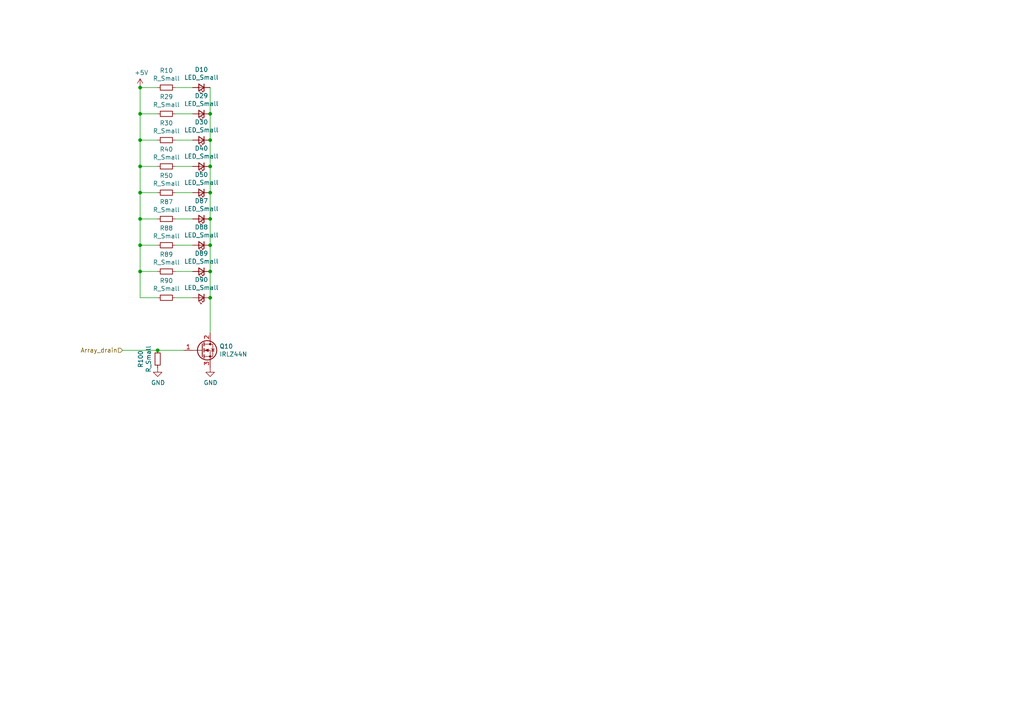
<source format=kicad_sch>
(kicad_sch (version 20201015) (generator eeschema)
  (paper "A4")
  (lib_symbols
    (symbol "Device:LED_Small" (pin_numbers hide) (pin_names (offset 0.254) hide)
      (property "Reference" "D" (at -1.27 3.175 0))
      (property "Value" "LED_Small" (at -4.445 -2.54 0))
      (symbol "LED_Small_0_1"
        (polyline (pts (xy -0.762 -1.016) (xy -0.762 1.016)) (stroke (width 0.254)))
        (polyline (pts (xy 1.016 0) (xy -0.762 0)))
        (polyline (pts (xy 0.762 -1.016) (xy -0.762 0) (xy 0.762 1.016) (xy 0.762 -1.016)) (stroke (width 0.254)))
        (polyline (pts (xy 0 0.762) (xy -0.508 1.27) (xy -0.254 1.27) (xy -0.508 1.27) (xy -0.508 1.016)))
        (polyline (pts (xy 0.508 1.27) (xy 0 1.778) (xy 0.254 1.778) (xy 0 1.778) (xy 0 1.524)))
      )
      (symbol "LED_Small_1_1"
        (pin passive line (at -2.54 0 0) (length 1.778) (name "K") (number "1"))
        (pin passive line (at 2.54 0 180) (length 1.778) (name "A") (number "2"))
      )
    )
    (symbol "Device:R_Small" (pin_numbers hide) (pin_names (offset 0.254) hide)
      (property "Reference" "R" (at 0.762 0.508 0))
      (property "Value" "R_Small" (at 0.762 -1.016 0))
      (symbol "R_Small_0_1"
        (rectangle (start -0.762 1.778) (end 0.762 -1.778) (stroke (width 0.2032)))
      )
      (symbol "R_Small_1_1"
        (pin passive line (at 0 2.54 270) (length 0.762) (name "~") (number "1"))
        (pin passive line (at 0 -2.54 90) (length 0.762) (name "~") (number "2"))
      )
    )
    (symbol "Transistor_FET:IRLZ44N" (pin_names hide)
      (property "Reference" "Q" (at 6.35 1.905 0))
      (property "Value" "IRLZ44N" (at 6.35 0 0))
      (symbol "IRLZ44N_0_1"
        (circle (center 1.651 0) (radius 2.794) (stroke (width 0.254)))
        (circle (center 2.54 -1.778) (radius 0.254) (fill (type outline)))
        (circle (center 2.54 1.778) (radius 0.254) (fill (type outline)))
        (polyline (pts (xy 0.254 0) (xy -2.54 0)))
        (polyline (pts (xy 0.254 1.905) (xy 0.254 -1.905)) (stroke (width 0.254)))
        (polyline (pts (xy 0.762 -1.27) (xy 0.762 -2.286)) (stroke (width 0.254)))
        (polyline (pts (xy 0.762 0.508) (xy 0.762 -0.508)) (stroke (width 0.254)))
        (polyline (pts (xy 0.762 2.286) (xy 0.762 1.27)) (stroke (width 0.254)))
        (polyline (pts (xy 2.54 2.54) (xy 2.54 1.778)))
        (polyline (pts (xy 2.54 -2.54) (xy 2.54 0) (xy 0.762 0)))
        (polyline (pts (xy 0.762 -1.778) (xy 3.302 -1.778) (xy 3.302 1.778) (xy 0.762 1.778)))
        (polyline (pts (xy 1.016 0) (xy 2.032 0.381) (xy 2.032 -0.381) (xy 1.016 0)) (fill (type outline)))
        (polyline (pts (xy 2.794 0.508) (xy 2.921 0.381) (xy 3.683 0.381) (xy 3.81 0.254)))
        (polyline (pts (xy 3.302 0.381) (xy 2.921 -0.254) (xy 3.683 -0.254) (xy 3.302 0.381)))
      )
      (symbol "IRLZ44N_1_1"
        (pin input line (at -5.08 0 0) (length 2.54) (name "G") (number "1"))
        (pin passive line (at 2.54 5.08 270) (length 2.54) (name "D") (number "2"))
        (pin passive line (at 2.54 -5.08 90) (length 2.54) (name "S") (number "3"))
      )
    )
    (symbol "power:+5V" (power) (pin_names (offset 0))
      (property "Value" "+5V" (at 0 3.556 0))
      (symbol "+5V_0_1"
        (polyline (pts (xy -0.762 1.27) (xy 0 2.54)))
        (polyline (pts (xy 0 0) (xy 0 2.54)))
        (polyline (pts (xy 0 2.54) (xy 0.762 1.27)))
      )
      (symbol "+5V_1_1"
        (pin power_in line (at 0 0 90) (length 0) hide (name "+5V") (number "1"))
      )
    )
    (symbol "power:GND" (power) (pin_names (offset 0))
      (property "Value" "GND" (at 0 -3.81 0))
      (symbol "GND_0_1"
        (polyline (pts (xy 0 0) (xy 0 -1.27) (xy 1.27 -1.27) (xy 0 -2.54) (xy -1.27 -1.27) (xy 0 -1.27)))
      )
      (symbol "GND_1_1"
        (pin power_in line (at 0 0 270) (length 0) hide (name "GND") (number "1"))
      )
    )
  )
  (junction (at 40.64 25.4) (diameter 0.9144))
  (junction (at 40.64 33.02) (diameter 0.9144))
  (junction (at 40.64 40.64) (diameter 0.9144))
  (junction (at 40.64 48.26) (diameter 0.9144))
  (junction (at 40.64 55.88) (diameter 0.9144))
  (junction (at 40.64 63.5) (diameter 0.9144))
  (junction (at 40.64 71.12) (diameter 0.9144))
  (junction (at 40.64 78.74) (diameter 0.9144))
  (junction (at 45.72 101.6) (diameter 0.9144))
  (junction (at 60.96 33.02) (diameter 0.9144))
  (junction (at 60.96 40.64) (diameter 0.9144))
  (junction (at 60.96 48.26) (diameter 0.9144))
  (junction (at 60.96 55.88) (diameter 0.9144))
  (junction (at 60.96 63.5) (diameter 0.9144))
  (junction (at 60.96 71.12) (diameter 0.9144))
  (junction (at 60.96 78.74) (diameter 0.9144))
  (junction (at 60.96 86.36) (diameter 0.9144))
  (wire (pts (xy 35.56 101.6) (xy 45.72 101.6)))
  (wire (pts (xy 40.64 25.4) (xy 40.64 33.02)))
  (wire (pts (xy 40.64 25.4) (xy 45.72 25.4)))
  (wire (pts (xy 40.64 33.02) (xy 40.64 40.64)))
  (wire (pts (xy 40.64 33.02) (xy 45.72 33.02)))
  (wire (pts (xy 40.64 40.64) (xy 40.64 48.26)))
  (wire (pts (xy 40.64 40.64) (xy 45.72 40.64)))
  (wire (pts (xy 40.64 48.26) (xy 40.64 55.88)))
  (wire (pts (xy 40.64 48.26) (xy 45.72 48.26)))
  (wire (pts (xy 40.64 55.88) (xy 40.64 63.5)))
  (wire (pts (xy 40.64 55.88) (xy 45.72 55.88)))
  (wire (pts (xy 40.64 63.5) (xy 40.64 71.12)))
  (wire (pts (xy 40.64 63.5) (xy 45.72 63.5)))
  (wire (pts (xy 40.64 71.12) (xy 40.64 78.74)))
  (wire (pts (xy 40.64 71.12) (xy 45.72 71.12)))
  (wire (pts (xy 40.64 78.74) (xy 40.64 86.36)))
  (wire (pts (xy 40.64 78.74) (xy 45.72 78.74)))
  (wire (pts (xy 40.64 86.36) (xy 45.72 86.36)))
  (wire (pts (xy 45.72 101.6) (xy 53.34 101.6)))
  (wire (pts (xy 50.8 25.4) (xy 55.88 25.4)))
  (wire (pts (xy 50.8 33.02) (xy 55.88 33.02)))
  (wire (pts (xy 50.8 40.64) (xy 55.88 40.64)))
  (wire (pts (xy 50.8 48.26) (xy 55.88 48.26)))
  (wire (pts (xy 50.8 55.88) (xy 55.88 55.88)))
  (wire (pts (xy 50.8 63.5) (xy 55.88 63.5)))
  (wire (pts (xy 50.8 71.12) (xy 55.88 71.12)))
  (wire (pts (xy 50.8 78.74) (xy 55.88 78.74)))
  (wire (pts (xy 50.8 86.36) (xy 55.88 86.36)))
  (wire (pts (xy 60.96 25.4) (xy 60.96 33.02)))
  (wire (pts (xy 60.96 33.02) (xy 60.96 40.64)))
  (wire (pts (xy 60.96 40.64) (xy 60.96 48.26)))
  (wire (pts (xy 60.96 48.26) (xy 60.96 55.88)))
  (wire (pts (xy 60.96 55.88) (xy 60.96 63.5)))
  (wire (pts (xy 60.96 63.5) (xy 60.96 71.12)))
  (wire (pts (xy 60.96 71.12) (xy 60.96 78.74)))
  (wire (pts (xy 60.96 78.74) (xy 60.96 86.36)))
  (wire (pts (xy 60.96 86.36) (xy 60.96 96.52)))
  (hierarchical_label "Array_drain" (shape input) (at 35.56 101.6 180))
  (symbol (lib_id "power:+5V") (at 40.64 25.4 0)
    (property "Reference" "#PWR0110" (effects hide))
    (property "Value" "+5V" (at 41.0083 21.0756 0))
  )
  (symbol (lib_id "power:GND") (at 45.72 106.68 0)
    (property "Reference" "#PWR0130" (effects hide))
    (property "Value" "GND" (at 45.8343 111.0044 0))
  )
  (symbol (lib_id "power:GND") (at 60.96 106.68 0)
    (property "Reference" "#PWR0129" (effects hide))
    (property "Value" "GND" (at 61.0743 111.0044 0))
  )
  (symbol (lib_id "Device:R_Small") (at 45.72 104.14 180)
    (property "Reference" "R100" (at 40.7732 104.14 90))
    (property "Value" "R_Small" (at 43.0719 104.14 90))
    (property "Footprint" "Resistor_THT:R_Axial_DIN0207_L6.3mm_D2.5mm_P10.16mm_Horizontal" (effects hide))
  )
  (symbol (lib_id "Device:R_Small") (at 48.26 25.4 90)
    (property "Reference" "R10" (at 48.26 20.4532 90))
    (property "Value" "R_Small" (at 48.26 22.7519 90))
    (property "Footprint" "Resistor_THT:R_Axial_DIN0207_L6.3mm_D2.5mm_P10.16mm_Horizontal" (effects hide))
  )
  (symbol (lib_id "Device:R_Small") (at 48.26 33.02 90)
    (property "Reference" "R29" (at 48.26 28.0732 90))
    (property "Value" "R_Small" (at 48.26 30.3719 90))
    (property "Footprint" "Resistor_THT:R_Axial_DIN0207_L6.3mm_D2.5mm_P10.16mm_Horizontal" (effects hide))
  )
  (symbol (lib_id "Device:R_Small") (at 48.26 40.64 90)
    (property "Reference" "R30" (at 48.26 35.6932 90))
    (property "Value" "R_Small" (at 48.26 37.9919 90))
    (property "Footprint" "Resistor_THT:R_Axial_DIN0207_L6.3mm_D2.5mm_P10.16mm_Horizontal" (effects hide))
  )
  (symbol (lib_id "Device:R_Small") (at 48.26 48.26 90)
    (property "Reference" "R40" (at 48.26 43.3132 90))
    (property "Value" "R_Small" (at 48.26 45.6119 90))
    (property "Footprint" "Resistor_THT:R_Axial_DIN0207_L6.3mm_D2.5mm_P10.16mm_Horizontal" (effects hide))
  )
  (symbol (lib_id "Device:R_Small") (at 48.26 55.88 90)
    (property "Reference" "R50" (at 48.26 50.9332 90))
    (property "Value" "R_Small" (at 48.26 53.2319 90))
    (property "Footprint" "Resistor_THT:R_Axial_DIN0207_L6.3mm_D2.5mm_P10.16mm_Horizontal" (effects hide))
  )
  (symbol (lib_id "Device:R_Small") (at 48.26 63.5 90)
    (property "Reference" "R87" (at 48.26 58.5532 90))
    (property "Value" "R_Small" (at 48.26 60.8519 90))
    (property "Footprint" "Resistor_THT:R_Axial_DIN0207_L6.3mm_D2.5mm_P10.16mm_Horizontal" (effects hide))
  )
  (symbol (lib_id "Device:R_Small") (at 48.26 71.12 90)
    (property "Reference" "R88" (at 48.26 66.1732 90))
    (property "Value" "R_Small" (at 48.26 68.4719 90))
    (property "Footprint" "Resistor_THT:R_Axial_DIN0207_L6.3mm_D2.5mm_P10.16mm_Horizontal" (effects hide))
  )
  (symbol (lib_id "Device:R_Small") (at 48.26 78.74 90)
    (property "Reference" "R89" (at 48.26 73.7932 90))
    (property "Value" "R_Small" (at 48.26 76.0919 90))
    (property "Footprint" "Resistor_THT:R_Axial_DIN0207_L6.3mm_D2.5mm_P10.16mm_Horizontal" (effects hide))
  )
  (symbol (lib_id "Device:R_Small") (at 48.26 86.36 90)
    (property "Reference" "R90" (at 48.26 81.4132 90))
    (property "Value" "R_Small" (at 48.26 83.7119 90))
    (property "Footprint" "Resistor_THT:R_Axial_DIN0207_L6.3mm_D2.5mm_P10.16mm_Horizontal" (effects hide))
  )
  (symbol (lib_id "Device:LED_Small") (at 58.42 25.4 180)
    (property "Reference" "D10" (at 58.42 20.1738 0))
    (property "Value" "LED_Small" (at 58.42 22.4725 0))
    (property "Footprint" "LED_THT:LED_D5.0mm" (effects hide))
  )
  (symbol (lib_id "Device:LED_Small") (at 58.42 33.02 180)
    (property "Reference" "D29" (at 58.42 27.7938 0))
    (property "Value" "LED_Small" (at 58.42 30.0925 0))
    (property "Footprint" "LED_THT:LED_D5.0mm" (effects hide))
  )
  (symbol (lib_id "Device:LED_Small") (at 58.42 40.64 180)
    (property "Reference" "D30" (at 58.42 35.4138 0))
    (property "Value" "LED_Small" (at 58.42 37.7125 0))
    (property "Footprint" "LED_THT:LED_D5.0mm" (effects hide))
  )
  (symbol (lib_id "Device:LED_Small") (at 58.42 48.26 180)
    (property "Reference" "D40" (at 58.42 43.0338 0))
    (property "Value" "LED_Small" (at 58.42 45.3325 0))
    (property "Footprint" "LED_THT:LED_D5.0mm" (effects hide))
  )
  (symbol (lib_id "Device:LED_Small") (at 58.42 55.88 180)
    (property "Reference" "D50" (at 58.42 50.6538 0))
    (property "Value" "LED_Small" (at 58.42 52.9525 0))
    (property "Footprint" "LED_THT:LED_D5.0mm" (effects hide))
  )
  (symbol (lib_id "Device:LED_Small") (at 58.42 63.5 180)
    (property "Reference" "D87" (at 58.42 58.2738 0))
    (property "Value" "LED_Small" (at 58.42 60.5725 0))
    (property "Footprint" "LED_THT:LED_D5.0mm" (effects hide))
  )
  (symbol (lib_id "Device:LED_Small") (at 58.42 71.12 180)
    (property "Reference" "D88" (at 58.42 65.8938 0))
    (property "Value" "LED_Small" (at 58.42 68.1925 0))
    (property "Footprint" "LED_THT:LED_D5.0mm" (effects hide))
  )
  (symbol (lib_id "Device:LED_Small") (at 58.42 78.74 180)
    (property "Reference" "D89" (at 58.42 73.5138 0))
    (property "Value" "LED_Small" (at 58.42 75.8125 0))
    (property "Footprint" "LED_THT:LED_D5.0mm" (effects hide))
  )
  (symbol (lib_id "Device:LED_Small") (at 58.42 86.36 180)
    (property "Reference" "D90" (at 58.42 81.1338 0))
    (property "Value" "LED_Small" (at 58.42 83.4325 0))
    (property "Footprint" "LED_THT:LED_D5.0mm" (effects hide))
  )
  (symbol (lib_id "Transistor_FET:IRLZ44N") (at 58.42 101.6 0)
    (property "Reference" "Q10" (at 63.6271 100.4506 0) (effects (justify left)))
    (property "Value" "IRLZ44N" (at 63.6271 102.7493 0) (effects (justify left)))
    (property "Footprint" "Package_TO_SOT_THT:TO-220-3_Horizontal_TabDown" (effects hide))
    (property "Datasheet" "http://www.irf.com/product-info/datasheets/data/irlz44n.pdf" (effects hide))
  )
)
</source>
